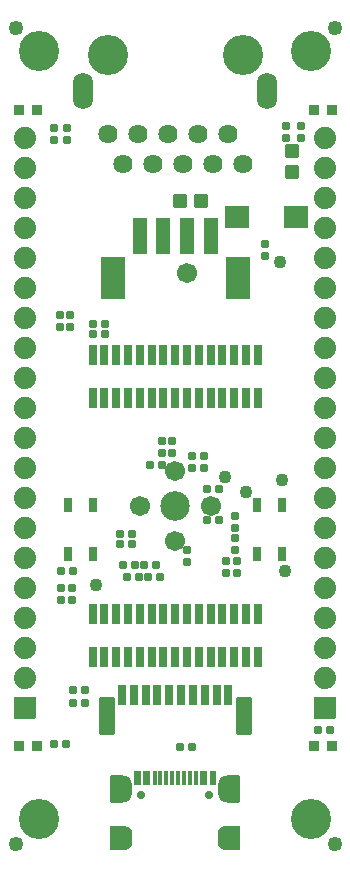
<source format=gbr>
%TF.GenerationSoftware,KiCad,Pcbnew,7.0.9-7.0.9~ubuntu22.04.1*%
%TF.CreationDate,2024-11-21T15:58:10+02:00*%
%TF.ProjectId,ESP32-P4-DevKit_Rev_B,45535033-322d-4503-942d-4465764b6974,B*%
%TF.SameCoordinates,PX80befc0PY7459280*%
%TF.FileFunction,Soldermask,Top*%
%TF.FilePolarity,Negative*%
%FSLAX46Y46*%
G04 Gerber Fmt 4.6, Leading zero omitted, Abs format (unit mm)*
G04 Created by KiCad (PCBNEW 7.0.9-7.0.9~ubuntu22.04.1) date 2024-11-21 15:58:10*
%MOMM*%
%LPD*%
G01*
G04 APERTURE LIST*
G04 Aperture macros list*
%AMRoundRect*
0 Rectangle with rounded corners*
0 $1 Rounding radius*
0 $2 $3 $4 $5 $6 $7 $8 $9 X,Y pos of 4 corners*
0 Add a 4 corners polygon primitive as box body*
4,1,4,$2,$3,$4,$5,$6,$7,$8,$9,$2,$3,0*
0 Add four circle primitives for the rounded corners*
1,1,$1+$1,$2,$3*
1,1,$1+$1,$4,$5*
1,1,$1+$1,$6,$7*
1,1,$1+$1,$8,$9*
0 Add four rect primitives between the rounded corners*
20,1,$1+$1,$2,$3,$4,$5,0*
20,1,$1+$1,$4,$5,$6,$7,0*
20,1,$1+$1,$6,$7,$8,$9,0*
20,1,$1+$1,$8,$9,$2,$3,0*%
G04 Aperture macros list end*
%ADD10C,0.701600*%
%ADD11RoundRect,0.050800X-0.550000X-1.100000X0.550000X-1.100000X0.550000X1.100000X-0.550000X1.100000X0*%
%ADD12O,1.301600X2.301600*%
%ADD13RoundRect,0.050800X-0.550000X-1.000000X0.550000X-1.000000X0.550000X1.000000X-0.550000X1.000000X0*%
%ADD14O,1.401600X2.101600*%
%ADD15RoundRect,0.050800X-0.150000X-0.575000X0.150000X-0.575000X0.150000X0.575000X-0.150000X0.575000X0*%
%ADD16RoundRect,0.050800X-0.125000X-0.575000X0.125000X-0.575000X0.125000X0.575000X-0.125000X0.575000X0*%
%ADD17RoundRect,0.050800X-0.300000X-0.825000X0.300000X-0.825000X0.300000X0.825000X-0.300000X0.825000X0*%
%ADD18RoundRect,0.050800X-0.400000X-0.400000X0.400000X-0.400000X0.400000X0.400000X-0.400000X0.400000X0*%
%ADD19RoundRect,0.050800X0.250000X0.275000X-0.250000X0.275000X-0.250000X-0.275000X0.250000X-0.275000X0*%
%ADD20RoundRect,0.050800X-0.250000X-0.275000X0.250000X-0.275000X0.250000X0.275000X-0.250000X0.275000X0*%
%ADD21RoundRect,0.050800X0.400000X0.400000X-0.400000X0.400000X-0.400000X-0.400000X0.400000X-0.400000X0*%
%ADD22C,1.101600*%
%ADD23RoundRect,0.050800X0.275000X-0.250000X0.275000X0.250000X-0.275000X0.250000X-0.275000X-0.250000X0*%
%ADD24RoundRect,0.050800X-0.275000X0.250000X-0.275000X-0.250000X0.275000X-0.250000X0.275000X0.250000X0*%
%ADD25RoundRect,0.050800X0.325000X-0.525000X0.325000X0.525000X-0.325000X0.525000X-0.325000X-0.525000X0*%
%ADD26RoundRect,0.050800X-0.508000X-0.508000X0.508000X-0.508000X0.508000X0.508000X-0.508000X0.508000X0*%
%ADD27C,1.254000*%
%ADD28RoundRect,0.050800X-0.325000X0.525000X-0.325000X-0.525000X0.325000X-0.525000X0.325000X0.525000X0*%
%ADD29C,3.401601*%
%ADD30O,1.701600X3.101599*%
%ADD31C,1.625600*%
%ADD32RoundRect,0.050800X0.600000X1.550000X-0.600000X1.550000X-0.600000X-1.550000X0.600000X-1.550000X0*%
%ADD33RoundRect,0.050800X0.300000X0.775000X-0.300000X0.775000X-0.300000X-0.775000X0.300000X-0.775000X0*%
%ADD34RoundRect,0.050800X-1.000000X-1.750000X1.000000X-1.750000X1.000000X1.750000X-1.000000X1.750000X0*%
%ADD35RoundRect,0.050800X-0.500000X-1.500000X0.500000X-1.500000X0.500000X1.500000X-0.500000X1.500000X0*%
%ADD36RoundRect,0.050800X0.508000X-0.508000X0.508000X0.508000X-0.508000X0.508000X-0.508000X-0.508000X0*%
%ADD37RoundRect,0.050800X1.000000X0.850000X-1.000000X0.850000X-1.000000X-0.850000X1.000000X-0.850000X0*%
%ADD38RoundRect,0.050800X0.889000X-0.889000X0.889000X0.889000X-0.889000X0.889000X-0.889000X-0.889000X0*%
%ADD39C,1.879600*%
%ADD40C,1.701600*%
%ADD41C,2.501600*%
G04 APERTURE END LIST*
D10*
X17890000Y5530000D03*
X12110000Y5530000D03*
D11*
X19927600Y6030000D03*
D12*
X19320000Y6030000D03*
X10680000Y6030000D03*
D11*
X10072400Y6030000D03*
D13*
X19927600Y1850000D03*
D14*
X19320000Y1850000D03*
X10680000Y1850000D03*
D13*
X10072400Y1850000D03*
D15*
X11675000Y6932000D03*
X12475000Y6932000D03*
D16*
X13750000Y6932000D03*
X14750000Y6932000D03*
X15250000Y6932000D03*
X16250000Y6932000D03*
D15*
X17525000Y6932000D03*
X18325000Y6932000D03*
X18075000Y6932000D03*
X17275000Y6932000D03*
D16*
X16750000Y6932000D03*
X15750000Y6932000D03*
X14250000Y6932000D03*
X13250000Y6932000D03*
D15*
X12725000Y6932000D03*
X11925000Y6932000D03*
D17*
X22000000Y42825000D03*
X21000000Y42825000D03*
X20000000Y42825000D03*
X19000000Y42825000D03*
X18000000Y42825000D03*
X17000000Y42825000D03*
X16000000Y42825000D03*
X15000000Y42825000D03*
X14000000Y42825000D03*
X13000000Y42825000D03*
X12000000Y42825000D03*
X11000000Y42825000D03*
X10000000Y42825000D03*
X9000000Y42825000D03*
X8000000Y42825000D03*
X8000000Y39175000D03*
X9000000Y39175000D03*
X10000000Y39175000D03*
X11000000Y39175000D03*
X12000000Y39175000D03*
X13000000Y39175000D03*
X14000000Y39175000D03*
X15000000Y39175000D03*
X16000000Y39175000D03*
X17000000Y39175000D03*
X18000000Y39175000D03*
X19000000Y39175000D03*
X20000000Y39175000D03*
X21000000Y39175000D03*
X22000000Y39175000D03*
D18*
X3262000Y9700000D03*
X1738000Y9700000D03*
D19*
X10288000Y27639000D03*
D20*
X11304000Y27639000D03*
D21*
X1738000Y63500000D03*
X3262000Y63500000D03*
D22*
X23877000Y50626000D03*
D23*
X20067000Y29163000D03*
D24*
X20067000Y28147000D03*
D25*
X5925000Y25925000D03*
X5925000Y30075000D03*
X8075000Y25925000D03*
X8075000Y30075000D03*
D24*
X20194000Y24337000D03*
D23*
X20194000Y25353000D03*
D20*
X7367000Y14431000D03*
D19*
X6351000Y14431000D03*
X10288000Y26750000D03*
D20*
X11304000Y26750000D03*
D22*
X24258000Y24464000D03*
D24*
X5335000Y22051000D03*
D23*
X5335000Y23067000D03*
X20067000Y27258000D03*
D24*
X20067000Y26242000D03*
X6097000Y45165000D03*
D23*
X6097000Y46181000D03*
D21*
X26738000Y63500000D03*
X28262000Y63500000D03*
D19*
X12701000Y23956000D03*
D20*
X13717000Y23956000D03*
D19*
X8002000Y45419000D03*
D20*
X9018000Y45419000D03*
D26*
X15368000Y55833000D03*
X17146000Y55833000D03*
D17*
X22000000Y20825000D03*
X21000000Y20825000D03*
X20000000Y20825000D03*
X19000000Y20825000D03*
X18000000Y20825000D03*
X17000000Y20825000D03*
X16000000Y20825000D03*
X15000000Y20825000D03*
X14000000Y20825000D03*
X13000000Y20825000D03*
X12000000Y20825000D03*
X11000000Y20825000D03*
X10000000Y20825000D03*
X9000000Y20825000D03*
X8000000Y20825000D03*
X8000000Y17175000D03*
X9000000Y17175000D03*
X10000000Y17175000D03*
X11000000Y17175000D03*
X12000000Y17175000D03*
X13000000Y17175000D03*
X14000000Y17175000D03*
X15000000Y17175000D03*
X16000000Y17175000D03*
X17000000Y17175000D03*
X18000000Y17175000D03*
X19000000Y17175000D03*
X20000000Y17175000D03*
X21000000Y17175000D03*
X22000000Y17175000D03*
D23*
X24385000Y62183000D03*
D24*
X24385000Y61167000D03*
D19*
X12320000Y24972000D03*
D20*
X13336000Y24972000D03*
D19*
X8002000Y44530000D03*
D20*
X9018000Y44530000D03*
D22*
X8256000Y23321000D03*
D27*
X1500000Y70500000D03*
D28*
X24075000Y30075000D03*
X24075000Y25925000D03*
X21925000Y30075000D03*
X21925000Y25925000D03*
D19*
X17654000Y28782000D03*
D20*
X18670000Y28782000D03*
D19*
X12828000Y33481000D03*
D20*
X13844000Y33481000D03*
D24*
X6224000Y22051000D03*
D23*
X6224000Y23067000D03*
D22*
X24004000Y32211000D03*
D18*
X28262000Y9700000D03*
X26738000Y9700000D03*
D19*
X6351000Y13288000D03*
D20*
X7367000Y13288000D03*
D23*
X16384000Y34243000D03*
D24*
X16384000Y33227000D03*
D29*
X20715000Y68150000D03*
X9285000Y68150000D03*
D30*
X22800000Y65100000D03*
X7200000Y65100000D03*
D31*
X20715000Y58960000D03*
X19445000Y61500000D03*
X18175000Y58960000D03*
X16905000Y61500000D03*
X15635000Y58960000D03*
X14365000Y61500000D03*
X13095000Y58960000D03*
X11825000Y61500000D03*
X10555000Y58960000D03*
X9285000Y61500000D03*
D20*
X11558000Y24972000D03*
D19*
X10542000Y24972000D03*
D32*
X20800000Y12250000D03*
X9200000Y12250000D03*
D33*
X19500000Y14025000D03*
X18500000Y14025000D03*
X17500000Y14025000D03*
X16500000Y14025000D03*
X15500000Y14025000D03*
X14500000Y14025000D03*
X13500000Y14025000D03*
X12500000Y14025000D03*
X11500000Y14025000D03*
X10500000Y14025000D03*
D23*
X5208000Y46181000D03*
D24*
X5208000Y45165000D03*
D29*
X26500000Y3500000D03*
D23*
X16003000Y26242000D03*
D24*
X16003000Y25226000D03*
D34*
X9700000Y49275000D03*
X20300000Y49275000D03*
D35*
X12000000Y52900000D03*
X14000000Y52900000D03*
X16000000Y52900000D03*
X18000000Y52900000D03*
D19*
X17654000Y31449000D03*
D20*
X18670000Y31449000D03*
D23*
X25655000Y62183000D03*
D24*
X25655000Y61167000D03*
X14733000Y34497000D03*
D23*
X14733000Y35513000D03*
D24*
X22607000Y51134000D03*
D23*
X22607000Y52150000D03*
D19*
X5335000Y24464000D03*
D20*
X6351000Y24464000D03*
D24*
X19305000Y24337000D03*
D23*
X19305000Y25353000D03*
D29*
X3500000Y68500000D03*
X3500000Y3500000D03*
D27*
X28500000Y70500000D03*
D23*
X17400000Y34243000D03*
D24*
X17400000Y33227000D03*
D23*
X5800000Y62008000D03*
D24*
X5800000Y60992000D03*
D23*
X4700000Y62008000D03*
D24*
X4700000Y60992000D03*
D36*
X24893000Y58246000D03*
X24893000Y60024000D03*
D20*
X11939000Y23956000D03*
D19*
X10923000Y23956000D03*
D37*
X25234000Y54436000D03*
X20234000Y54436000D03*
D27*
X1500000Y1400000D03*
D24*
X13844000Y34497000D03*
D23*
X13844000Y35513000D03*
D19*
X4700000Y9859000D03*
D20*
X5716000Y9859000D03*
D22*
X19178000Y32465000D03*
D20*
X16384000Y9605000D03*
D19*
X15368000Y9605000D03*
D27*
X28500000Y1400000D03*
D29*
X26500000Y68500000D03*
D19*
X27052000Y11002000D03*
D20*
X28068000Y11002000D03*
D22*
X20956000Y31195000D03*
D38*
X2300000Y12870000D03*
D39*
X2300000Y15410000D03*
X2300000Y17950000D03*
X2300000Y20490000D03*
X2300000Y23030000D03*
X2300000Y25570000D03*
X2300000Y28110000D03*
X2300000Y30650000D03*
X2300000Y33190000D03*
X2300000Y35730000D03*
X2300000Y38270000D03*
X2300000Y40810000D03*
X2300000Y43350000D03*
X2300000Y45890000D03*
X2300000Y48430000D03*
X2300000Y50970000D03*
X2300000Y53510000D03*
X2300000Y56050000D03*
X2300000Y58590000D03*
X2300000Y61130000D03*
D40*
X15000000Y27000000D03*
X12000000Y30000000D03*
D41*
X15000000Y30000000D03*
D40*
X18000000Y30000000D03*
X15000000Y33000000D03*
X16003000Y49737000D03*
D38*
X27700000Y12870000D03*
D39*
X27700000Y15410000D03*
X27700000Y17950000D03*
X27700000Y20490000D03*
X27700000Y23030000D03*
X27700000Y25570000D03*
X27700000Y28110000D03*
X27700000Y30650000D03*
X27700000Y33190000D03*
X27700000Y35730000D03*
X27700000Y38270000D03*
X27700000Y40810000D03*
X27700000Y43350000D03*
X27700000Y45890000D03*
X27700000Y48430000D03*
X27700000Y50970000D03*
X27700000Y53510000D03*
X27700000Y56050000D03*
X27700000Y58590000D03*
X27700000Y61130000D03*
M02*

</source>
